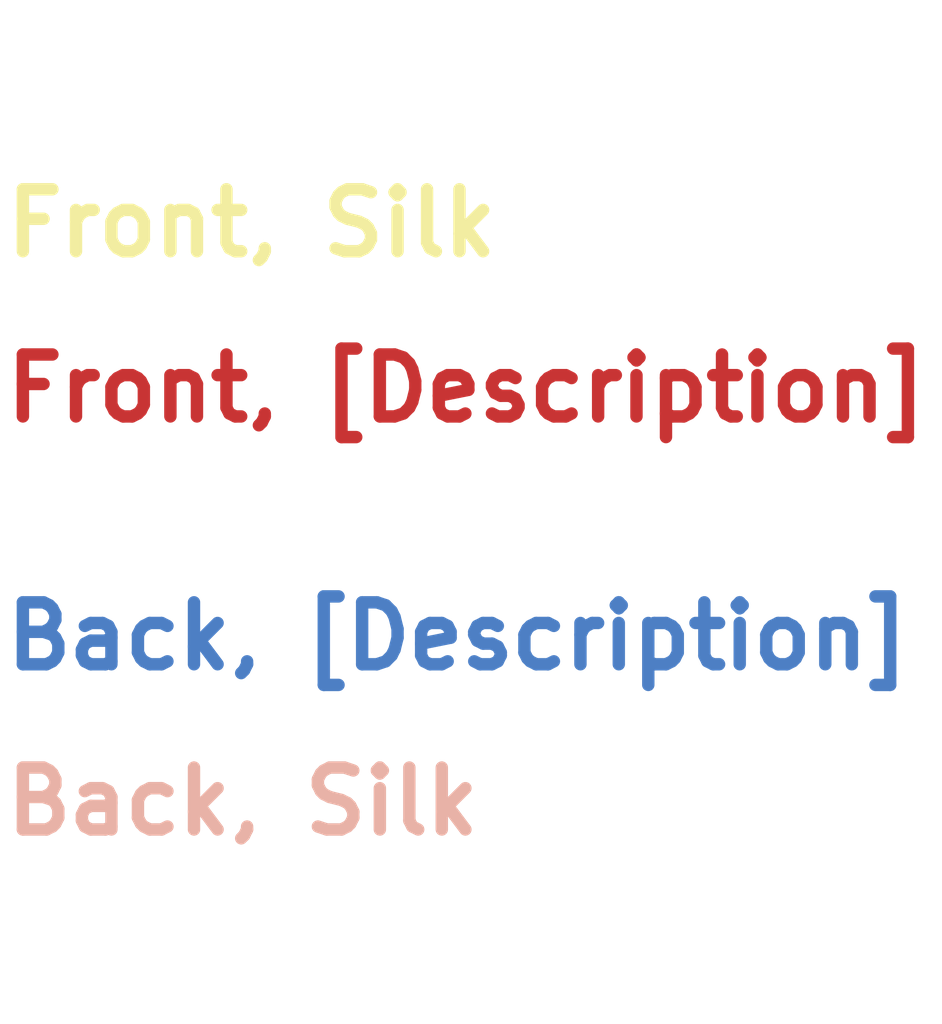
<source format=kicad_pcb>
(kicad_pcb (version 20221018) (generator pcbnew)

  (general
    (thickness 4.69)
  )

  (paper "A4")
  (title_block
    (title "{{cookiecutter.project_name}}")
    (rev "0.0")
    (company "SK Electronics Consuling LLC")
    (comment 1 "Client: __________")
  )

  (layers
    (0 "F.Cu" signal)
    (1 "In1.Cu" signal)
    (2 "In2.Cu" signal)
    (31 "B.Cu" signal)
    (32 "B.Adhes" user "B.Adhesive")
    (33 "F.Adhes" user "F.Adhesive")
    (34 "B.Paste" user)
    (35 "F.Paste" user)
    (36 "B.SilkS" user "B.Silkscreen")
    (37 "F.SilkS" user "F.Silkscreen")
    (38 "B.Mask" user)
    (39 "F.Mask" user)
    (40 "Dwgs.User" user "User.Drawings")
    (41 "Cmts.User" user "User.Comments")
    (42 "Eco1.User" user "User.Eco1")
    (43 "Eco2.User" user "User.Eco2")
    (44 "Edge.Cuts" user)
    (45 "Margin" user)
    (46 "B.CrtYd" user "B.Courtyard")
    (47 "F.CrtYd" user "F.Courtyard")
    (48 "B.Fab" user)
    (49 "F.Fab" user)
  )

  (setup
    (stackup
      (layer "F.SilkS" (type "Top Silk Screen"))
      (layer "F.Paste" (type "Top Solder Paste"))
      (layer "F.Mask" (type "Top Solder Mask") (thickness 0.01))
      (layer "F.Cu" (type "copper") (thickness 0.035))
      (layer "dielectric 1" (type "core") (thickness 1.51) (material "FR4") (epsilon_r 4.5) (loss_tangent 0.02))
      (layer "In1.Cu" (type "copper") (thickness 0.035))
      (layer "dielectric 2" (type "prepreg") (thickness 1.51) (material "FR4") (epsilon_r 4.5) (loss_tangent 0.02))
      (layer "In2.Cu" (type "copper") (thickness 0.035))
      (layer "dielectric 3" (type "core") (thickness 1.51) (material "FR4") (epsilon_r 4.5) (loss_tangent 0.02))
      (layer "B.Cu" (type "copper") (thickness 0.035))
      (layer "B.Mask" (type "Bottom Solder Mask") (thickness 0.01))
      (layer "B.Paste" (type "Bottom Solder Paste"))
      (layer "B.SilkS" (type "Bottom Silk Screen"))
      (copper_finish "None")
      (dielectric_constraints no)
    )
    (pad_to_mask_clearance 0)
    (pcbplotparams
      (layerselection 0x00010fc_ffffffff)
      (plot_on_all_layers_selection 0x0000000_00000000)
      (disableapertmacros false)
      (usegerberextensions false)
      (usegerberattributes true)
      (usegerberadvancedattributes true)
      (creategerberjobfile true)
      (dashed_line_dash_ratio 12.000000)
      (dashed_line_gap_ratio 3.000000)
      (svgprecision 6)
      (plotframeref false)
      (viasonmask false)
      (mode 1)
      (useauxorigin false)
      (hpglpennumber 1)
      (hpglpenspeed 20)
      (hpglpendiameter 15.000000)
      (dxfpolygonmode true)
      (dxfimperialunits true)
      (dxfusepcbnewfont true)
      (psnegative false)
      (psa4output false)
      (plotreference true)
      (plotvalue true)
      (plotinvisibletext false)
      (sketchpadsonfab false)
      (subtractmaskfromsilk false)
      (outputformat 1)
      (mirror false)
      (drillshape 1)
      (scaleselection 1)
      (outputdirectory "")
    )
  )

  (net 0 "")

  (gr_text "Front, [Description]" (at 229.5 76) (layer "F.Cu") (tstamp fe628ccb-ac48-497d-a00b-198b5d9258e6)
    (effects (font (size 1.5 1.5) (thickness 0.3)) (justify left))
  )
  (gr_text "In1, [Description]" (at 229.5 78) (layer "In1.Cu") (tstamp 02d45268-ab25-4d52-948e-ba58029e534b)
    (effects (font (size 1.5 1.5) (thickness 0.3)) (justify left))
  )
  (gr_text "In2, [Description]" (at 229.5 80) (layer "In2.Cu") (tstamp 7e99fbca-ccfe-4a1a-974e-aba23701d1a6)
    (effects (font (size 1.5 1.5) (thickness 0.3)) (justify left))
  )
  (gr_text "Back, [Description]" (at 229.5 82) (layer "B.Cu") (tstamp f55d97f6-5c2c-409d-8dd4-1e413f423241)
    (effects (font (size 1.5 1.5) (thickness 0.3)) (justify left))
  )
  (gr_text "Back, Paste" (at 229.5 88) (layer "B.Paste") (tstamp e12c9a25-4dc9-47be-b0be-3911664c6f8a)
    (effects (font (size 1.5 1.5) (thickness 0.3)) (justify left))
  )
  (gr_text "Front, Paste" (at 229.5 70) (layer "F.Paste") (tstamp d6a99231-ca79-4ede-b82e-7ffc2c6014ff)
    (effects (font (size 1.5 1.5) (thickness 0.3)) (justify left))
  )
  (gr_text "Back, Silk" (at 229.5 86) (layer "B.SilkS") (tstamp 73091da6-1246-458c-83a2-9d0bd31d7989)
    (effects (font (size 1.5 1.5) (thickness 0.3)) (justify left))
  )
  (gr_text "Front, Silk" (at 229.5 72) (layer "F.SilkS") (tstamp da482a9b-ef35-41cf-904e-51ea17edfee1)
    (effects (font (size 1.5 1.5) (thickness 0.3)) (justify left))
  )
  (gr_text "Back, Mask" (at 229.5 84) (layer "B.Mask") (tstamp a0e07d98-6a90-4751-b132-a6fe5f8e082e)
    (effects (font (size 1.5 1.5) (thickness 0.3)) (justify left))
  )
  (gr_text "Front, Mask" (at 229.5 74) (layer "F.Mask") (tstamp e8389096-464f-42bb-8218-490af10773d4)
    (effects (font (size 1.5 1.5) (thickness 0.3)) (justify left))
  )
  (gr_text "Back, Assembly" (at 229.5 90) (layer "B.Fab") (tstamp bf18ec0e-c4d6-4f72-be08-cdf78c6fe076)
    (effects (font (size 1.5 1.5) (thickness 0.3)) (justify left))
  )
  (gr_text "Front, Assembly" (at 229.5 68) (layer "F.Fab") (tstamp 245fdb20-adcc-4636-8af5-ee65c3bf3696)
    (effects (font (size 1.5 1.5) (thickness 0.3)) (justify left))
  )

)

</source>
